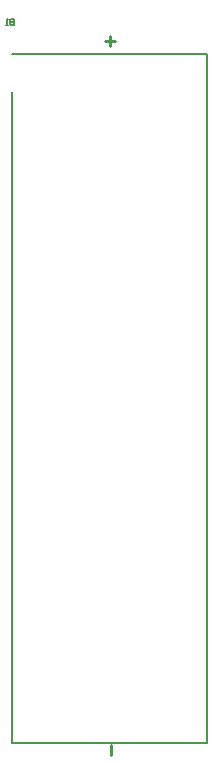
<source format=gbo>
G04*
G04 #@! TF.GenerationSoftware,Altium Limited,Altium Designer,20.2.5 (213)*
G04*
G04 Layer_Color=32896*
%FSLAX25Y25*%
%MOIN*%
G70*
G04*
G04 #@! TF.SameCoordinates,4658FE5A-7A30-472D-B718-34B1B9A5D075*
G04*
G04*
G04 #@! TF.FilePolarity,Positive*
G04*
G01*
G75*
%ADD15C,0.01000*%
%ADD16C,0.00500*%
%ADD116C,0.00700*%
D15*
X408586Y163102D02*
Y166435D01*
X408192Y399323D02*
Y402655D01*
X409858Y400989D02*
X406526D01*
D16*
X375555Y396803D02*
X440555D01*
X375555Y167197D02*
Y384165D01*
Y167197D02*
X440555D01*
Y396803D01*
D116*
X376300Y408399D02*
Y406400D01*
X375300D01*
X374967Y406733D01*
Y407066D01*
X375300Y407400D01*
X376300D01*
X375300D01*
X374967Y407733D01*
Y408066D01*
X375300Y408399D01*
X376300D01*
X374301Y406400D02*
X373634D01*
X373967D01*
Y408399D01*
X374301Y408066D01*
M02*

</source>
